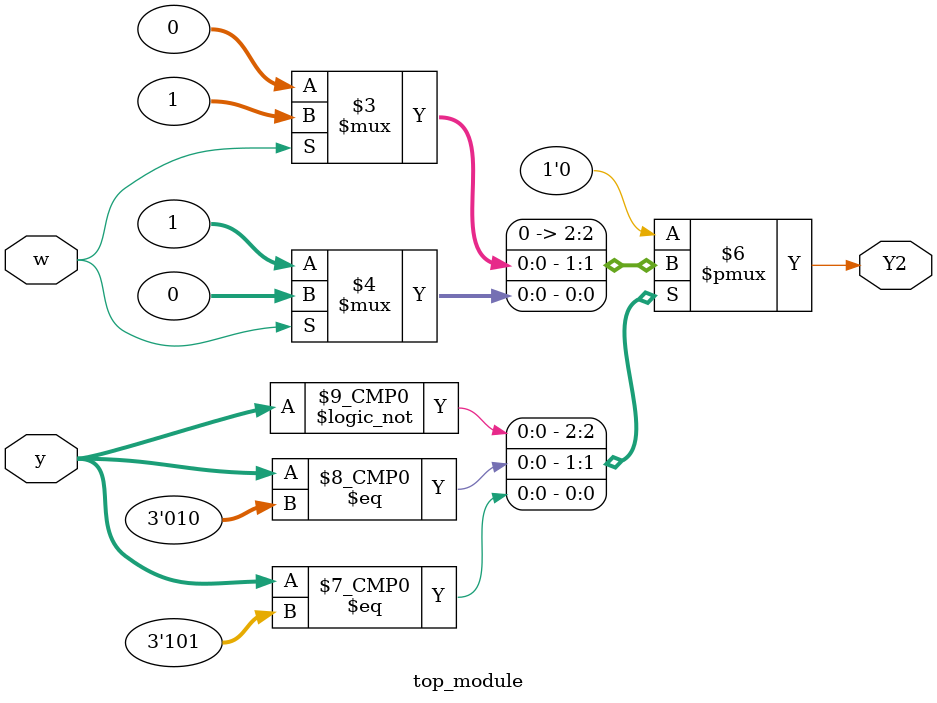
<source format=sv>
module top_module(
    input [3:1] y,
    input w,
    output reg Y2);

    always @(*) begin
        case (y)
            // Next state logic for Y2
            3'b000: Y2 = (w) ? 0 : 0; // Corrected
            3'b001: Y2 = 0;
            3'b010: Y2 = (w) ? 1 : 0; // Corrected
            3'b011: Y2 = 0;
            3'b100: Y2 = 0;
            3'b101: Y2 = (w) ? 0 : 1; // Corrected
            default: Y2 = 0;
        endcase
    end

endmodule

</source>
